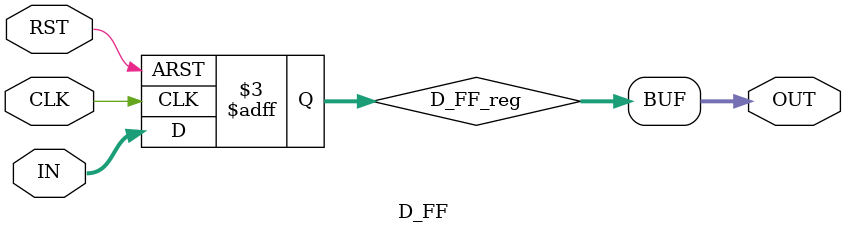
<source format=v>
module D_FF(
    input RST,
    input CLK,
    input [3:0] IN,
    output [3:0] OUT
  );
  reg [3:0] D_FF_reg;

  always @(posedge CLK or negedge RST) begin
    if (RST == 0) D_FF_reg = 4'h0;
    else D_FF_reg = IN;
  end

  assign OUT = D_FF_reg;

endmodule // D_FF

</source>
